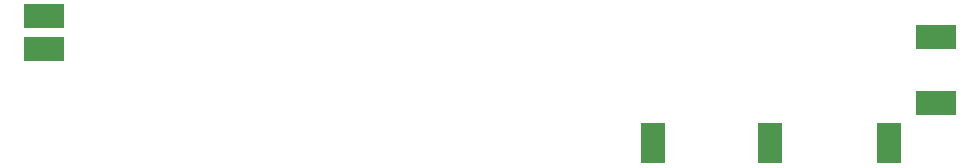
<source format=gbr>
%TF.GenerationSoftware,KiCad,Pcbnew,(6.0.6-0)*%
%TF.CreationDate,2022-09-10T01:47:50-07:00*%
%TF.ProjectId,Battery Extension PCB,42617474-6572-4792-9045-7874656e7369,rev?*%
%TF.SameCoordinates,Original*%
%TF.FileFunction,Soldermask,Bot*%
%TF.FilePolarity,Negative*%
%FSLAX46Y46*%
G04 Gerber Fmt 4.6, Leading zero omitted, Abs format (unit mm)*
G04 Created by KiCad (PCBNEW (6.0.6-0)) date 2022-09-10 01:47:50*
%MOMM*%
%LPD*%
G01*
G04 APERTURE LIST*
%ADD10R,2.000000X3.500000*%
%ADD11R,3.500000X2.000000*%
G04 APERTURE END LIST*
D10*
%TO.C,P4*%
X138252200Y-80721200D03*
%TD*%
%TO.C,P14*%
X128244600Y-80721200D03*
%TD*%
D11*
%TO.C,P5*%
X142240000Y-77343000D03*
%TD*%
%TO.C,P6*%
X142240000Y-71729600D03*
%TD*%
%TO.C,P9*%
X66751200Y-72694800D03*
%TD*%
%TO.C,P8*%
X66751200Y-69926200D03*
%TD*%
D10*
%TO.C,P10*%
X118338600Y-80721200D03*
%TD*%
M02*

</source>
